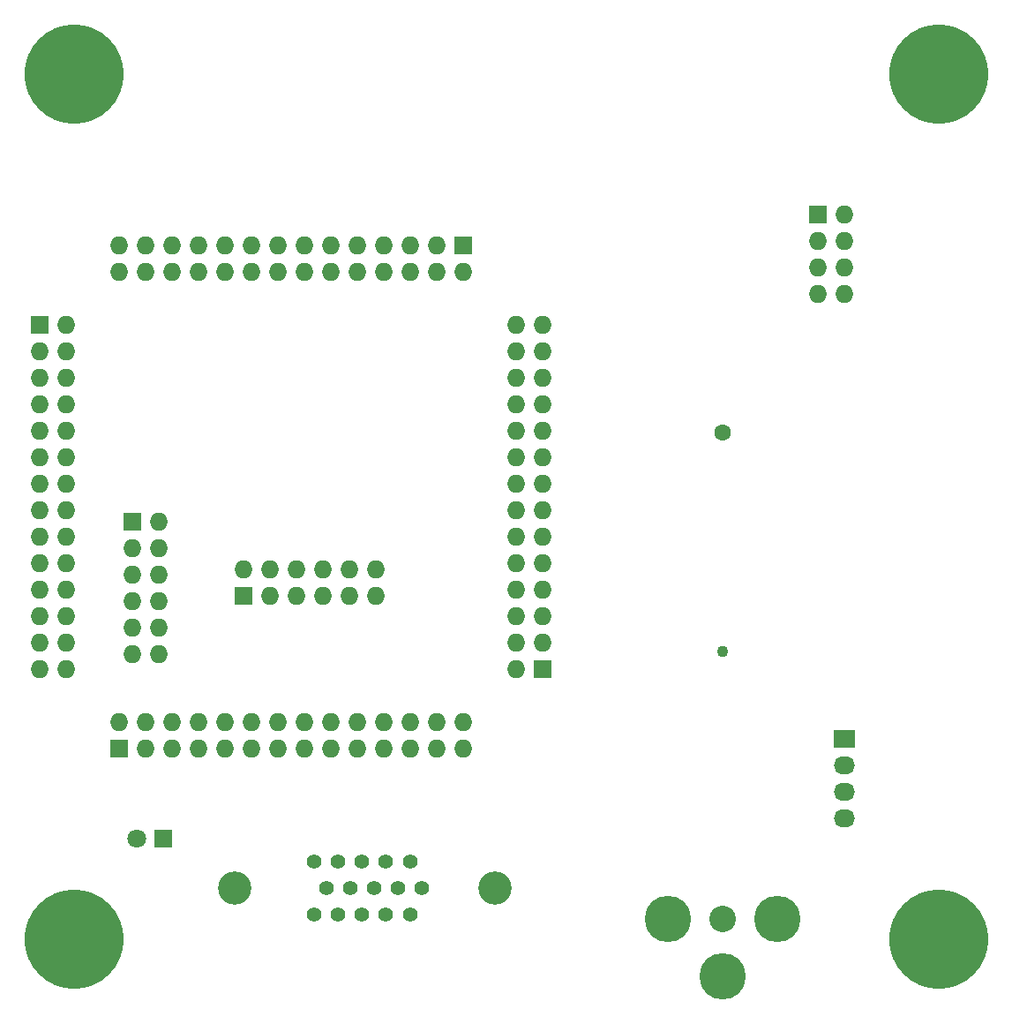
<source format=gbr>
G04 #@! TF.FileFunction,Soldermask,Bot*
%FSLAX46Y46*%
G04 Gerber Fmt 4.6, Leading zero omitted, Abs format (unit mm)*
G04 Created by KiCad (PCBNEW (after 2015-mar-04 BZR unknown)-product) date 3/6/2017 12:21:56 PM*
%MOMM*%
G01*
G04 APERTURE LIST*
%ADD10C,0.150000*%
%ADD11C,9.525000*%
%ADD12R,1.727200X1.727200*%
%ADD13O,1.727200X1.727200*%
%ADD14C,4.445000*%
%ADD15C,2.540000*%
%ADD16R,2.032000X1.727200*%
%ADD17O,2.032000X1.727200*%
%ADD18C,3.200000*%
%ADD19C,1.397000*%
%ADD20C,1.600000*%
%ADD21C,1.100000*%
%ADD22R,1.800000X1.800000*%
%ADD23C,1.800000*%
G04 APERTURE END LIST*
D10*
D11*
X99000000Y-16000000D03*
X99000000Y-99000000D03*
D12*
X20320000Y-80645000D03*
D13*
X20320000Y-78105000D03*
X22860000Y-80645000D03*
X22860000Y-78105000D03*
X25400000Y-80645000D03*
X25400000Y-78105000D03*
X27940000Y-80645000D03*
X27940000Y-78105000D03*
X30480000Y-80645000D03*
X30480000Y-78105000D03*
X33020000Y-80645000D03*
X33020000Y-78105000D03*
X35560000Y-80645000D03*
X35560000Y-78105000D03*
X38100000Y-80645000D03*
X38100000Y-78105000D03*
X40640000Y-80645000D03*
X40640000Y-78105000D03*
X43180000Y-80645000D03*
X43180000Y-78105000D03*
X45720000Y-80645000D03*
X45720000Y-78105000D03*
X48260000Y-80645000D03*
X48260000Y-78105000D03*
X50800000Y-80645000D03*
X50800000Y-78105000D03*
X53340000Y-80645000D03*
X53340000Y-78105000D03*
D12*
X60960000Y-73025000D03*
D13*
X58420000Y-73025000D03*
X60960000Y-70485000D03*
X58420000Y-70485000D03*
X60960000Y-67945000D03*
X58420000Y-67945000D03*
X60960000Y-65405000D03*
X58420000Y-65405000D03*
X60960000Y-62865000D03*
X58420000Y-62865000D03*
X60960000Y-60325000D03*
X58420000Y-60325000D03*
X60960000Y-57785000D03*
X58420000Y-57785000D03*
X60960000Y-55245000D03*
X58420000Y-55245000D03*
X60960000Y-52705000D03*
X58420000Y-52705000D03*
X60960000Y-50165000D03*
X58420000Y-50165000D03*
X60960000Y-47625000D03*
X58420000Y-47625000D03*
X60960000Y-45085000D03*
X58420000Y-45085000D03*
X60960000Y-42545000D03*
X58420000Y-42545000D03*
X60960000Y-40005000D03*
X58420000Y-40005000D03*
D12*
X53340000Y-32385000D03*
D13*
X53340000Y-34925000D03*
X50800000Y-32385000D03*
X50800000Y-34925000D03*
X48260000Y-32385000D03*
X48260000Y-34925000D03*
X45720000Y-32385000D03*
X45720000Y-34925000D03*
X43180000Y-32385000D03*
X43180000Y-34925000D03*
X40640000Y-32385000D03*
X40640000Y-34925000D03*
X38100000Y-32385000D03*
X38100000Y-34925000D03*
X35560000Y-32385000D03*
X35560000Y-34925000D03*
X33020000Y-32385000D03*
X33020000Y-34925000D03*
X30480000Y-32385000D03*
X30480000Y-34925000D03*
X27940000Y-32385000D03*
X27940000Y-34925000D03*
X25400000Y-32385000D03*
X25400000Y-34925000D03*
X22860000Y-32385000D03*
X22860000Y-34925000D03*
X20320000Y-32385000D03*
X20320000Y-34925000D03*
D12*
X12700000Y-40005000D03*
D13*
X15240000Y-40005000D03*
X12700000Y-42545000D03*
X15240000Y-42545000D03*
X12700000Y-45085000D03*
X15240000Y-45085000D03*
X12700000Y-47625000D03*
X15240000Y-47625000D03*
X12700000Y-50165000D03*
X15240000Y-50165000D03*
X12700000Y-52705000D03*
X15240000Y-52705000D03*
X12700000Y-55245000D03*
X15240000Y-55245000D03*
X12700000Y-57785000D03*
X15240000Y-57785000D03*
X12700000Y-60325000D03*
X15240000Y-60325000D03*
X12700000Y-62865000D03*
X15240000Y-62865000D03*
X12700000Y-65405000D03*
X15240000Y-65405000D03*
X12700000Y-67945000D03*
X15240000Y-67945000D03*
X12700000Y-70485000D03*
X15240000Y-70485000D03*
X12700000Y-73025000D03*
X15240000Y-73025000D03*
D14*
X78232000Y-102539800D03*
X83477100Y-97028000D03*
X72986900Y-97028000D03*
D15*
X78232000Y-97028000D03*
D12*
X21590000Y-58928000D03*
D13*
X24130000Y-58928000D03*
X21590000Y-61468000D03*
X24130000Y-61468000D03*
X21590000Y-64008000D03*
X24130000Y-64008000D03*
X21590000Y-66548000D03*
X24130000Y-66548000D03*
X21590000Y-69088000D03*
X24130000Y-69088000D03*
X21590000Y-71628000D03*
X24130000Y-71628000D03*
D16*
X89916000Y-79756000D03*
D17*
X89916000Y-82296000D03*
X89916000Y-84836000D03*
X89916000Y-87376000D03*
D12*
X87376000Y-29464000D03*
D13*
X89916000Y-29464000D03*
X87376000Y-32004000D03*
X89916000Y-32004000D03*
X87376000Y-34544000D03*
X89916000Y-34544000D03*
X87376000Y-37084000D03*
X89916000Y-37084000D03*
D11*
X16000000Y-99000000D03*
D12*
X32258000Y-66040000D03*
D13*
X32258000Y-63500000D03*
X34798000Y-66040000D03*
X34798000Y-63500000D03*
X37338000Y-66040000D03*
X37338000Y-63500000D03*
X39878000Y-66040000D03*
X39878000Y-63500000D03*
X42418000Y-66040000D03*
X42418000Y-63500000D03*
X44958000Y-66040000D03*
X44958000Y-63500000D03*
D18*
X56436260Y-94033340D03*
D19*
X43675300Y-91493340D03*
X45961300Y-91493340D03*
X48252380Y-91493340D03*
X41381680Y-91493340D03*
X39093140Y-91493340D03*
X42527220Y-94033340D03*
X44815760Y-94033340D03*
X47106840Y-94033340D03*
X49397920Y-94033340D03*
D18*
X31447740Y-94033340D03*
D19*
X40236140Y-94033340D03*
X48252380Y-96573340D03*
X45961300Y-96573340D03*
X43672760Y-96570800D03*
X41381680Y-96573340D03*
X39093140Y-96573340D03*
D11*
X16000000Y-16000000D03*
D20*
X78232000Y-50412000D03*
D21*
X78232000Y-71412000D03*
D22*
X24574500Y-89281000D03*
D23*
X22034500Y-89281000D03*
M02*

</source>
